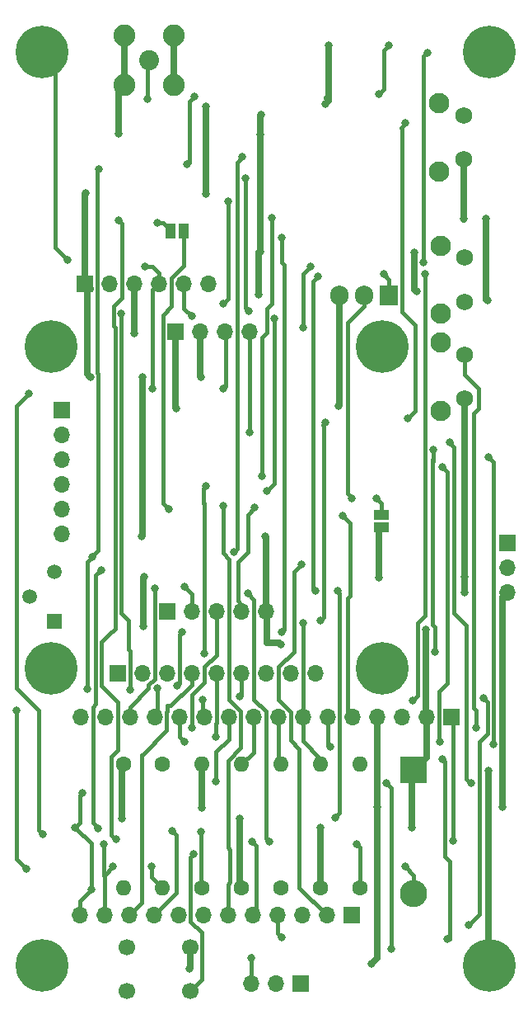
<source format=gbr>
%TF.GenerationSoftware,KiCad,Pcbnew,5.1.12-84ad8e8a86~92~ubuntu18.04.1*%
%TF.CreationDate,2022-01-12T14:22:02-05:00*%
%TF.ProjectId,remote,72656d6f-7465-42e6-9b69-6361645f7063,rev?*%
%TF.SameCoordinates,Original*%
%TF.FileFunction,Copper,L2,Bot*%
%TF.FilePolarity,Positive*%
%FSLAX46Y46*%
G04 Gerber Fmt 4.6, Leading zero omitted, Abs format (unit mm)*
G04 Created by KiCad (PCBNEW 5.1.12-84ad8e8a86~92~ubuntu18.04.1) date 2022-01-12 14:22:02*
%MOMM*%
%LPD*%
G01*
G04 APERTURE LIST*
%TA.AperFunction,WasherPad*%
%ADD10C,5.400000*%
%TD*%
%TA.AperFunction,ComponentPad*%
%ADD11R,1.700000X1.700000*%
%TD*%
%TA.AperFunction,ComponentPad*%
%ADD12O,1.700000X1.700000*%
%TD*%
%TA.AperFunction,ComponentPad*%
%ADD13R,1.905000X2.000000*%
%TD*%
%TA.AperFunction,ComponentPad*%
%ADD14O,1.905000X2.000000*%
%TD*%
%TA.AperFunction,SMDPad,CuDef*%
%ADD15R,1.000000X1.500000*%
%TD*%
%TA.AperFunction,ComponentPad*%
%ADD16C,2.250000*%
%TD*%
%TA.AperFunction,ComponentPad*%
%ADD17C,2.050000*%
%TD*%
%TA.AperFunction,ComponentPad*%
%ADD18C,2.100000*%
%TD*%
%TA.AperFunction,ComponentPad*%
%ADD19C,1.750000*%
%TD*%
%TA.AperFunction,ComponentPad*%
%ADD20O,1.600000X1.600000*%
%TD*%
%TA.AperFunction,ComponentPad*%
%ADD21C,1.600000*%
%TD*%
%TA.AperFunction,ComponentPad*%
%ADD22C,5.400000*%
%TD*%
%TA.AperFunction,ComponentPad*%
%ADD23C,1.700000*%
%TD*%
%TA.AperFunction,ComponentPad*%
%ADD24R,1.500000X1.500000*%
%TD*%
%TA.AperFunction,ComponentPad*%
%ADD25C,1.500000*%
%TD*%
%TA.AperFunction,SMDPad,CuDef*%
%ADD26R,1.500000X1.000000*%
%TD*%
%TA.AperFunction,ComponentPad*%
%ADD27R,2.800000X2.800000*%
%TD*%
%TA.AperFunction,ComponentPad*%
%ADD28O,2.800000X2.800000*%
%TD*%
%TA.AperFunction,ViaPad*%
%ADD29C,0.800000*%
%TD*%
%TA.AperFunction,Conductor*%
%ADD30C,0.700000*%
%TD*%
%TA.AperFunction,Conductor*%
%ADD31C,0.400000*%
%TD*%
G04 APERTURE END LIST*
D10*
%TO.P,U4,*%
%TO.N,*%
X76455000Y-93735000D03*
X110475000Y-93735000D03*
X76455000Y-126755000D03*
X110475000Y-126755000D03*
D11*
%TO.P,U4,1*%
%TO.N,N/C*%
X83305000Y-127235000D03*
D12*
%TO.P,U4,2*%
X85845000Y-127235000D03*
%TO.P,U4,3*%
X88385000Y-127235000D03*
%TO.P,U4,4*%
%TO.N,D5*%
X90925000Y-127235000D03*
%TO.P,U4,5*%
%TO.N,MOSI*%
X93465000Y-127235000D03*
%TO.P,U4,6*%
%TO.N,SCK*%
X96005000Y-127235000D03*
%TO.P,U4,7*%
%TO.N,GND*%
X98545000Y-127235000D03*
%TO.P,U4,8*%
%TO.N,N/C*%
X101085000Y-127235000D03*
%TO.P,U4,9*%
%TO.N,+3V3*%
X103625000Y-127235000D03*
%TD*%
%TO.P,U2,3*%
%TO.N,N/C*%
X102229280Y-152121920D03*
D11*
%TO.P,U2,1*%
X107309280Y-152121920D03*
D12*
%TO.P,U2,8*%
%TO.N,D9*%
X89529280Y-152121920D03*
%TO.P,U2,11*%
%TO.N,SCL*%
X81909280Y-152121920D03*
%TO.P,U2,2*%
%TO.N,EN*%
X104769280Y-152121920D03*
%TO.P,U2,6*%
%TO.N,D11*%
X94609280Y-152121920D03*
%TO.P,U2,7*%
%TO.N,D10*%
X92069280Y-152121920D03*
%TO.P,U2,12*%
%TO.N,SDA*%
X79369280Y-152121920D03*
%TO.P,U2,9*%
%TO.N,D6*%
X86989280Y-152121920D03*
%TO.P,U2,10*%
%TO.N,D5*%
X84449280Y-152121920D03*
%TO.P,U2,4*%
%TO.N,D13*%
X99689280Y-152121920D03*
%TO.P,U2,5*%
%TO.N,D12*%
X97149280Y-152121920D03*
D11*
%TO.P,U2,13*%
%TO.N,~RESET*%
X117549280Y-131801920D03*
D12*
%TO.P,U2,14*%
%TO.N,+3V3*%
X115009280Y-131801920D03*
%TO.P,U2,15*%
%TO.N,N/C*%
X112469280Y-131801920D03*
%TO.P,U2,16*%
%TO.N,GND*%
X109929280Y-131801920D03*
%TO.P,U2,17*%
%TO.N,A0*%
X107389280Y-131801920D03*
%TO.P,U2,18*%
%TO.N,A1*%
X104849280Y-131801920D03*
%TO.P,U2,19*%
%TO.N,A2*%
X102309280Y-131801920D03*
%TO.P,U2,20*%
%TO.N,A3*%
X99769280Y-131801920D03*
%TO.P,U2,21*%
%TO.N,A4*%
X97229280Y-131801920D03*
%TO.P,U2,22*%
%TO.N,A5*%
X94689280Y-131801920D03*
%TO.P,U2,23*%
%TO.N,SCK*%
X92149280Y-131801920D03*
%TO.P,U2,24*%
%TO.N,MOSI*%
X89609280Y-131801920D03*
%TO.P,U2,25*%
%TO.N,MISO*%
X87069280Y-131801920D03*
%TO.P,U2,26*%
%TO.N,RX_D0*%
X84529280Y-131801920D03*
%TO.P,U2,27*%
%TO.N,TX_D1*%
X81989280Y-131801920D03*
%TO.P,U2,28*%
%TO.N,N/C*%
X79449280Y-131801920D03*
%TD*%
D13*
%TO.P,Q1,1*%
%TO.N,D9*%
X111155000Y-88475000D03*
D14*
%TO.P,Q1,2*%
%TO.N,POWER_1*%
X108615000Y-88475000D03*
%TO.P,Q1,3*%
%TO.N,GND*%
X106075000Y-88475000D03*
%TD*%
D12*
%TO.P,J2,6*%
%TO.N,+3V3*%
X77555000Y-112955000D03*
%TO.P,J2,5*%
%TO.N,A0*%
X77555000Y-110415000D03*
%TO.P,J2,4*%
%TO.N,A1*%
X77555000Y-107875000D03*
%TO.P,J2,3*%
%TO.N,D13*%
X77555000Y-105335000D03*
%TO.P,J2,2*%
%TO.N,D10*%
X77555000Y-102795000D03*
D11*
%TO.P,J2,1*%
%TO.N,GND*%
X77555000Y-100255000D03*
%TD*%
D15*
%TO.P,JP2,1*%
%TO.N,Net-(JP2-Pad1)*%
X88725000Y-81865000D03*
%TO.P,JP2,2*%
%TO.N,A0*%
X90025000Y-81865000D03*
%TD*%
D16*
%TO.P,J1,2*%
%TO.N,GND*%
X83934920Y-66874440D03*
X83934920Y-61794440D03*
X89014920Y-61794440D03*
X89014920Y-66874440D03*
D17*
%TO.P,J1,1*%
%TO.N,Net-(J1-Pad1)*%
X86474920Y-64334440D03*
%TD*%
D18*
%TO.P,SW3,*%
%TO.N,*%
X116470380Y-93345500D03*
D19*
%TO.P,SW3,1*%
%TO.N,A4*%
X118960380Y-94595500D03*
%TO.P,SW3,2*%
%TO.N,GND*%
X118960380Y-99095500D03*
D18*
%TO.P,SW3,*%
%TO.N,*%
X116470380Y-100355500D03*
%TD*%
D20*
%TO.P,R4,2*%
%TO.N,A4*%
X96017864Y-136606920D03*
D21*
%TO.P,R4,1*%
%TO.N,+3V3*%
X96017864Y-149306920D03*
%TD*%
D22*
%TO.P,H2,1*%
%TO.N,+3V3*%
X121438960Y-157249920D03*
%TD*%
D11*
%TO.P,U5,1*%
%TO.N,N/C*%
X88385000Y-120885000D03*
D12*
%TO.P,U5,2*%
%TO.N,RX_D0*%
X90925000Y-120885000D03*
%TO.P,U5,3*%
%TO.N,TX_D1*%
X93465000Y-120885000D03*
%TO.P,U5,4*%
%TO.N,POWER_1*%
X96005000Y-120885000D03*
%TO.P,U5,5*%
%TO.N,+3V3*%
X98545000Y-120885000D03*
%TD*%
D11*
%TO.P,U3,1*%
%TO.N,+3V3*%
X79903940Y-87285880D03*
D12*
%TO.P,U3,2*%
%TO.N,N/C*%
X82443940Y-87285880D03*
%TO.P,U3,3*%
%TO.N,GND*%
X84983940Y-87285880D03*
%TO.P,U3,4*%
%TO.N,SCL*%
X87523940Y-87285880D03*
%TO.P,U3,5*%
%TO.N,SDA*%
X90063940Y-87285880D03*
%TO.P,U3,6*%
%TO.N,N/C*%
X92603940Y-87285880D03*
%TD*%
D23*
%TO.P,SW4,1*%
%TO.N,~RESET*%
X90705000Y-159905000D03*
%TO.P,SW4,2*%
X84205000Y-159905000D03*
%TO.P,SW4,3*%
%TO.N,GND*%
X90705000Y-155405000D03*
%TO.P,SW4,4*%
X84205000Y-155405000D03*
%TD*%
D18*
%TO.P,SW2,*%
%TO.N,*%
X116470380Y-83388700D03*
D19*
%TO.P,SW2,1*%
%TO.N,A3*%
X118960380Y-84638700D03*
%TO.P,SW2,2*%
%TO.N,GND*%
X118960380Y-89138700D03*
D18*
%TO.P,SW2,*%
%TO.N,*%
X116470380Y-90398700D03*
%TD*%
%TO.P,SW1,*%
%TO.N,*%
X116345000Y-68795000D03*
D19*
%TO.P,SW1,1*%
%TO.N,A2*%
X118835000Y-70045000D03*
%TO.P,SW1,2*%
%TO.N,GND*%
X118835000Y-74545000D03*
D18*
%TO.P,SW1,*%
%TO.N,*%
X116345000Y-75805000D03*
%TD*%
D20*
%TO.P,R7,2*%
%TO.N,A1*%
X108190268Y-136606920D03*
D21*
%TO.P,R7,1*%
%TO.N,Net-(Q3-Pad2)*%
X108190268Y-149306920D03*
%TD*%
D20*
%TO.P,R3,2*%
%TO.N,GND*%
X91960396Y-136606920D03*
D21*
%TO.P,R3,1*%
%TO.N,D9*%
X91960396Y-149306920D03*
%TD*%
D20*
%TO.P,R6,2*%
%TO.N,A2*%
X104132800Y-136606920D03*
D21*
%TO.P,R6,1*%
%TO.N,+3V3*%
X104132800Y-149306920D03*
%TD*%
D20*
%TO.P,R5,2*%
%TO.N,A3*%
X100075332Y-136606920D03*
D21*
%TO.P,R5,1*%
%TO.N,+3V3*%
X100075332Y-149306920D03*
%TD*%
D20*
%TO.P,R2,2*%
%TO.N,SCL*%
X87902928Y-149306920D03*
D21*
%TO.P,R2,1*%
%TO.N,+3V3*%
X87902928Y-136606920D03*
%TD*%
D20*
%TO.P,R1,2*%
%TO.N,SDA*%
X83845460Y-149306920D03*
D21*
%TO.P,R1,1*%
%TO.N,+3V3*%
X83845460Y-136606920D03*
%TD*%
D24*
%TO.P,Q3,1*%
%TO.N,GND*%
X76744180Y-121901000D03*
D25*
%TO.P,Q3,3*%
%TO.N,Net-(D1-Pad2)*%
X76744180Y-116821000D03*
%TO.P,Q3,2*%
%TO.N,Net-(Q3-Pad2)*%
X74204180Y-119361000D03*
%TD*%
D26*
%TO.P,JP1,1*%
%TO.N,GND*%
X110369999Y-112290001D03*
%TO.P,JP1,2*%
%TO.N,POWER_1*%
X110369999Y-110990001D03*
%TD*%
D12*
%TO.P,J19,3*%
%TO.N,A5*%
X97003220Y-159076440D03*
%TO.P,J19,2*%
%TO.N,GND*%
X99543220Y-159076440D03*
D11*
%TO.P,J19,1*%
%TO.N,N/C*%
X102083220Y-159076440D03*
%TD*%
D12*
%TO.P,J16,4*%
%TO.N,SDA*%
X96825000Y-92255000D03*
%TO.P,J16,3*%
%TO.N,SCL*%
X94285000Y-92255000D03*
%TO.P,J16,2*%
%TO.N,+3V3*%
X91745000Y-92255000D03*
D11*
%TO.P,J16,1*%
%TO.N,GND*%
X89205000Y-92255000D03*
%TD*%
D12*
%TO.P,J5,3*%
%TO.N,GND*%
X123297300Y-118987620D03*
%TO.P,J5,2*%
%TO.N,EN*%
X123297300Y-116447620D03*
D11*
%TO.P,J5,1*%
%TO.N,N/C*%
X123297300Y-113907620D03*
%TD*%
D22*
%TO.P,H6,1*%
%TO.N,SCL*%
X75491960Y-63491160D03*
%TD*%
%TO.P,H5,1*%
%TO.N,SDA*%
X121438960Y-63491160D03*
%TD*%
%TO.P,H1,1*%
%TO.N,GND*%
X75491960Y-157249920D03*
%TD*%
D27*
%TO.P,D1,1*%
%TO.N,+3V3*%
X113715000Y-137215000D03*
D28*
%TO.P,D1,2*%
%TO.N,Net-(D1-Pad2)*%
X113715000Y-149915000D03*
%TD*%
D29*
%TO.N,GND*%
X91905000Y-141065000D03*
X109925000Y-141015000D03*
X122815000Y-141015000D03*
X118912380Y-118987620D03*
X89305000Y-100135000D03*
X84995000Y-92365000D03*
X105975000Y-99815000D03*
X97795000Y-88385000D03*
X97925000Y-83995000D03*
X98015000Y-69945000D03*
X113765000Y-84055000D03*
X113995000Y-88105000D03*
X118875000Y-80645000D03*
X121175000Y-80645000D03*
X121315000Y-89035000D03*
X83365000Y-71935000D03*
X97925000Y-71955000D03*
X85955000Y-122435000D03*
X86005000Y-117395000D03*
X110165000Y-117465000D03*
X118960380Y-117349620D03*
X90625000Y-157575000D03*
X109375000Y-157075000D03*
%TO.N,+3V3*%
X121365000Y-137255000D03*
X83735000Y-142195000D03*
X95785000Y-142165000D03*
X104115000Y-143105000D03*
X113545000Y-143145000D03*
X114935000Y-122755000D03*
X98465000Y-113235000D03*
X79955000Y-77995000D03*
X91815000Y-96895000D03*
X80455000Y-96895000D03*
X104935000Y-62855000D03*
X92355000Y-78105000D03*
X85855000Y-96895000D03*
X85735000Y-113235000D03*
X104625000Y-68825000D03*
X92375000Y-69075000D03*
X100060000Y-124330000D03*
%TO.N,SDA*%
X80545000Y-149455000D03*
X78875000Y-143075000D03*
X79625000Y-139575000D03*
X119625000Y-138575000D03*
X117375000Y-103575000D03*
X96875000Y-102575000D03*
X102375000Y-91825000D03*
X103125000Y-85575000D03*
X114715000Y-85075000D03*
X115125000Y-63575000D03*
X90875000Y-90625000D03*
%TO.N,SCL*%
X82795000Y-147125000D03*
X86755000Y-147125000D03*
X75625000Y-143825000D03*
X74125000Y-98575000D03*
X94125000Y-98075000D03*
X86875000Y-98075000D03*
X86125000Y-85575000D03*
X78125000Y-84825000D03*
X81875000Y-144825000D03*
%TO.N,D9*%
X110625000Y-86325000D03*
X103875000Y-86575000D03*
X103625000Y-118825000D03*
X105625000Y-142075000D03*
X91875000Y-143525000D03*
X105875000Y-118825000D03*
%TO.N,~RESET*%
X117745000Y-144475000D03*
X91075000Y-145825000D03*
%TO.N,A0*%
X106375000Y-111075000D03*
X88535000Y-110415000D03*
%TO.N,A3*%
X114875000Y-86325000D03*
X113625000Y-130075000D03*
%TO.N,A4*%
X120125000Y-132825000D03*
%TO.N,A5*%
X93375000Y-138325000D03*
X110879280Y-138575000D03*
X111375000Y-155575000D03*
X97003220Y-156446780D03*
%TO.N,POWER_1*%
X97375000Y-110275000D03*
X109875000Y-109325000D03*
X107375000Y-109325000D03*
%TO.N,Net-(Q3-Pad2)*%
X96625000Y-119075000D03*
X98875000Y-144575000D03*
X107875000Y-144825000D03*
%TO.N,RX_D0*%
X90125000Y-118345000D03*
X87125000Y-118561000D03*
%TO.N,TX_D1*%
X90875000Y-132825000D03*
%TO.N,A2*%
X112875000Y-70825000D03*
X113125000Y-101075000D03*
X104625000Y-101575000D03*
X104125000Y-121825000D03*
X102375000Y-122075000D03*
%TO.N,Net-(J1-Pad1)*%
X86375000Y-68325000D03*
%TO.N,EN*%
X102145000Y-116125000D03*
%TO.N,SCK*%
X94625000Y-78825000D03*
X94125000Y-89325000D03*
X83625000Y-90325000D03*
%TO.N,MOSI*%
X99125000Y-80575000D03*
X98125000Y-107075000D03*
X92375000Y-108075000D03*
X92175001Y-125274999D03*
X90125000Y-134325000D03*
X93375000Y-133825000D03*
%TO.N,SCK*%
X84570000Y-128950000D03*
X91980000Y-129960000D03*
X95830000Y-129680000D03*
%TO.N,A1*%
X116625000Y-106075000D03*
X116375000Y-134325000D03*
X105125000Y-134825000D03*
%TO.N,MISO*%
X100125000Y-82575000D03*
X100125000Y-123075000D03*
X89875000Y-123075000D03*
X89375000Y-128575000D03*
X87375000Y-128785000D03*
%TO.N,D6*%
X96115000Y-74285000D03*
X95225000Y-114835000D03*
X81555000Y-116655000D03*
X81285000Y-143185000D03*
X88875000Y-143455000D03*
%TO.N,Net-(JP2-Pad1)*%
X87375000Y-81075000D03*
%TO.N,D12*%
X83375000Y-80825000D03*
X83125000Y-144325000D03*
X97125000Y-144575000D03*
%TO.N,D13*%
X100125000Y-154375000D03*
X117125000Y-154575000D03*
X116625000Y-136075000D03*
X121865000Y-134575000D03*
X121375000Y-105075000D03*
%TO.N,D10*%
X115885000Y-125075000D03*
X120875000Y-129825000D03*
X119375000Y-153075000D03*
X115675000Y-104325000D03*
%TO.N,D11*%
X96405000Y-76485000D03*
X96755000Y-90125000D03*
X99405000Y-90895000D03*
X98625000Y-108575000D03*
X94125000Y-110075000D03*
%TO.N,Net-(D1-Pad2)*%
X112805000Y-147095000D03*
X111125000Y-62825000D03*
X110125000Y-67825000D03*
X91125000Y-68075000D03*
X90375000Y-75075000D03*
X81375000Y-75575000D03*
X80625000Y-115325000D03*
X73875000Y-147325000D03*
X80145000Y-128845000D03*
X72875000Y-131075000D03*
%TD*%
D30*
%TO.N,GND*%
X99275000Y-158808220D02*
X99543220Y-159076440D01*
X109929280Y-155249280D02*
X109935000Y-155255000D01*
X91905000Y-136662316D02*
X91960396Y-136606920D01*
X91905000Y-141065000D02*
X91905000Y-136662316D01*
X109929280Y-141019280D02*
X109929280Y-155249280D01*
X109929280Y-141019280D02*
X109925000Y-141015000D01*
X109929280Y-131801920D02*
X109929280Y-141019280D01*
X122815000Y-119469920D02*
X123297300Y-118987620D01*
X122815000Y-141015000D02*
X122815000Y-119469920D01*
X110165000Y-112495000D02*
X110369999Y-112290001D01*
X118960380Y-118939620D02*
X118912380Y-118987620D01*
X89205000Y-92255000D02*
X89205000Y-100035000D01*
X89205000Y-100035000D02*
X89305000Y-100135000D01*
X84983940Y-87285880D02*
X84983940Y-92353940D01*
X84983940Y-92353940D02*
X84995000Y-92365000D01*
X106075000Y-88475000D02*
X106075000Y-99715000D01*
X106075000Y-99715000D02*
X105975000Y-99815000D01*
X97795000Y-88385000D02*
X97795000Y-84125000D01*
X97795000Y-84125000D02*
X97925000Y-83995000D01*
X97925000Y-70035000D02*
X98015000Y-69945000D01*
X113765000Y-84055000D02*
X113765000Y-87875000D01*
X113765000Y-87875000D02*
X113995000Y-88105000D01*
X118835000Y-74545000D02*
X118835000Y-80705000D01*
X118835000Y-80705000D02*
X118835000Y-80685000D01*
X118835000Y-80685000D02*
X118875000Y-80645000D01*
X121175000Y-80645000D02*
X121175000Y-88895000D01*
X121175000Y-88895000D02*
X121315000Y-89035000D01*
X83365000Y-67444360D02*
X83934920Y-66874440D01*
X83365000Y-71935000D02*
X83365000Y-67444360D01*
X83934920Y-66874440D02*
X83934920Y-61794440D01*
X89014920Y-66874440D02*
X89014920Y-61794440D01*
X97925000Y-83995000D02*
X97925000Y-71955000D01*
X97925000Y-71955000D02*
X97925000Y-70035000D01*
X85955000Y-122435000D02*
X85955000Y-117445000D01*
X85955000Y-117445000D02*
X86005000Y-117395000D01*
X110165000Y-117465000D02*
X110165000Y-112495000D01*
X118960380Y-99095500D02*
X118960380Y-117349620D01*
X118960380Y-117349620D02*
X118960380Y-118939620D01*
X90705000Y-155405000D02*
X90705000Y-157495000D01*
X90705000Y-157495000D02*
X90625000Y-157575000D01*
X109929280Y-155249280D02*
X109929280Y-156520720D01*
X109929280Y-156520720D02*
X109375000Y-157075000D01*
%TO.N,+3V3*%
X121404680Y-157249920D02*
X121404680Y-137294680D01*
X121404680Y-137294680D02*
X121365000Y-137255000D01*
X115009280Y-135920720D02*
X113715000Y-137215000D01*
X115009280Y-131801920D02*
X115009280Y-135920720D01*
X83735000Y-136717380D02*
X83845460Y-136606920D01*
X83735000Y-142195000D02*
X83735000Y-136717380D01*
X95785000Y-149074056D02*
X96017864Y-149306920D01*
X95785000Y-142165000D02*
X95785000Y-149074056D01*
X104132800Y-149306920D02*
X104132800Y-143122800D01*
X104132800Y-143122800D02*
X104115000Y-143105000D01*
X113545000Y-137385000D02*
X113715000Y-137215000D01*
X113545000Y-143145000D02*
X113545000Y-137385000D01*
X98585000Y-120925000D02*
X98545000Y-120885000D01*
X98585000Y-124175000D02*
X98585000Y-120925000D01*
X114935000Y-131727640D02*
X115009280Y-131801920D01*
X114935000Y-122755000D02*
X114935000Y-131727640D01*
X98545000Y-120885000D02*
X98545000Y-113315000D01*
X98545000Y-113315000D02*
X98465000Y-113235000D01*
X79903940Y-87285880D02*
X79903940Y-78046060D01*
X79903940Y-78046060D02*
X79955000Y-77995000D01*
X91745000Y-92255000D02*
X91745000Y-96825000D01*
X91745000Y-96825000D02*
X91815000Y-96895000D01*
X80455000Y-87836940D02*
X79903940Y-87285880D01*
X104935000Y-62855000D02*
X104935000Y-68115000D01*
X104935000Y-68115000D02*
X104825000Y-68225000D01*
X85855000Y-113115000D02*
X85735000Y-113235000D01*
X85855000Y-96895000D02*
X85855000Y-113115000D01*
X104935000Y-68115000D02*
X104935000Y-68515000D01*
X104935000Y-68515000D02*
X104625000Y-68825000D01*
X92375000Y-78085000D02*
X92355000Y-78105000D01*
X92375000Y-69075000D02*
X92375000Y-78085000D01*
X80455000Y-96895000D02*
X80445000Y-96895000D01*
X80445000Y-96895000D02*
X80125000Y-96575000D01*
X80125000Y-87506940D02*
X79903940Y-87285880D01*
X80125000Y-96575000D02*
X80125000Y-87506940D01*
X98585000Y-124175000D02*
X99905000Y-124175000D01*
X99905000Y-124175000D02*
X100060000Y-124330000D01*
D31*
%TO.N,SDA*%
X79369280Y-152121920D02*
X79369280Y-150630720D01*
X79369280Y-150630720D02*
X80545000Y-149455000D01*
X78875000Y-143075000D02*
X79375000Y-142575000D01*
X79375000Y-142575000D02*
X79375000Y-141325000D01*
X79375000Y-141325000D02*
X79375000Y-139825000D01*
X79375000Y-139825000D02*
X79625000Y-139575000D01*
X119625000Y-138575000D02*
X119125000Y-138075000D01*
X119125000Y-138075000D02*
X119125000Y-122325000D01*
X119125000Y-122325000D02*
X117875000Y-121075000D01*
X117875000Y-121075000D02*
X117875000Y-115575000D01*
X117875000Y-115575000D02*
X117875000Y-104075000D01*
X117875000Y-104075000D02*
X117375000Y-103575000D01*
X96875000Y-92305000D02*
X96825000Y-92255000D01*
X96875000Y-102575000D02*
X96875000Y-92305000D01*
X102375000Y-91825000D02*
X102375000Y-86325000D01*
X102375000Y-86325000D02*
X103125000Y-85575000D01*
X114715000Y-85075000D02*
X114715000Y-63985000D01*
X114715000Y-63985000D02*
X115125000Y-63575000D01*
X90063940Y-87285880D02*
X90063940Y-89813940D01*
X90063940Y-89813940D02*
X90875000Y-90625000D01*
X80545000Y-144745000D02*
X78875000Y-143075000D01*
X80545000Y-149455000D02*
X80545000Y-144745000D01*
%TO.N,SCL*%
X81909280Y-152121920D02*
X81909280Y-148010720D01*
X81909280Y-148010720D02*
X82795000Y-147125000D01*
X86755000Y-148158992D02*
X87902928Y-149306920D01*
X86755000Y-147125000D02*
X86755000Y-148158992D01*
X75625000Y-143825000D02*
X75125000Y-143325000D01*
X75125000Y-143325000D02*
X75125000Y-131075000D01*
X75125000Y-131075000D02*
X72875000Y-128825000D01*
X72875000Y-128825000D02*
X72875000Y-99825000D01*
X72875000Y-99825000D02*
X74125000Y-98575000D01*
X94125000Y-98075000D02*
X94375000Y-97825000D01*
X94375000Y-92345000D02*
X94285000Y-92255000D01*
X94375000Y-97825000D02*
X94375000Y-92345000D01*
X86875000Y-87934820D02*
X87523940Y-87285880D01*
X86875000Y-98075000D02*
X86875000Y-87934820D01*
X87523940Y-87285880D02*
X87523940Y-86223940D01*
X87523940Y-86223940D02*
X86875000Y-85575000D01*
X86875000Y-85575000D02*
X86125000Y-85575000D01*
X78125000Y-84825000D02*
X76875000Y-83575000D01*
X76875000Y-64874200D02*
X75491960Y-63491160D01*
X76875000Y-83575000D02*
X76875000Y-64874200D01*
X81875000Y-147976440D02*
X81909280Y-148010720D01*
X81875000Y-144825000D02*
X81875000Y-147976440D01*
%TO.N,D9*%
X111155000Y-88475000D02*
X111155000Y-86855000D01*
X111155000Y-86855000D02*
X110625000Y-86325000D01*
X103875000Y-86575000D02*
X103375000Y-87075000D01*
X103375000Y-87075000D02*
X103375000Y-118575000D01*
X103375000Y-118575000D02*
X103625000Y-118825000D01*
X106099281Y-141600719D02*
X105625000Y-142075000D01*
X106099281Y-119850719D02*
X106099281Y-141600719D01*
X91875000Y-149221524D02*
X91960396Y-149306920D01*
X91875000Y-143525000D02*
X91875000Y-149221524D01*
X106099281Y-119850719D02*
X106099281Y-119049281D01*
X106099281Y-119049281D02*
X105875000Y-118825000D01*
%TO.N,~RESET*%
X90705000Y-159905000D02*
X91955001Y-158654999D01*
X91955001Y-153897641D02*
X90779281Y-152721921D01*
X90779281Y-151521919D02*
X90760395Y-151503033D01*
X91955001Y-158654999D02*
X91955001Y-153897641D01*
X90779281Y-152721921D02*
X90779281Y-151521919D01*
X90760395Y-151503033D02*
X90760395Y-148730919D01*
X117745000Y-131997640D02*
X117549280Y-131801920D01*
X117745000Y-144475000D02*
X117745000Y-131997640D01*
X90760395Y-148730919D02*
X90760395Y-146139605D01*
X90760395Y-146139605D02*
X91075000Y-145825000D01*
%TO.N,A0*%
X106875000Y-131287640D02*
X107389280Y-131801920D01*
X106875000Y-119575000D02*
X106875000Y-131287640D01*
X107125000Y-119325000D02*
X106875000Y-119575000D01*
X106375000Y-111075000D02*
X107125000Y-111825000D01*
X107125000Y-111825000D02*
X107125000Y-119325000D01*
X88813939Y-86685879D02*
X88813939Y-89636061D01*
X90025000Y-81865000D02*
X90025000Y-85474818D01*
X90025000Y-85474818D02*
X88813939Y-86685879D01*
X87954999Y-109834999D02*
X88535000Y-110415000D01*
X87954999Y-90495001D02*
X87954999Y-109834999D01*
X88813939Y-89636061D02*
X87954999Y-90495001D01*
%TO.N,A3*%
X114875000Y-86325000D02*
X114875000Y-107075000D01*
X114875000Y-107075000D02*
X114875000Y-121325000D01*
X114875000Y-121325000D02*
X114125000Y-122075000D01*
X114125000Y-122075000D02*
X114125000Y-125825000D01*
X114125000Y-125825000D02*
X114125000Y-129575000D01*
X114125000Y-129575000D02*
X113625000Y-130075000D01*
X99769280Y-136300868D02*
X100075332Y-136606920D01*
X99769280Y-131801920D02*
X99769280Y-136300868D01*
%TO.N,A4*%
X118960380Y-94595500D02*
X118960380Y-96660380D01*
X118960380Y-96660380D02*
X120375000Y-98075000D01*
X120375000Y-98075000D02*
X120375000Y-100075000D01*
X120375000Y-100075000D02*
X119875000Y-100575000D01*
X119875000Y-100575000D02*
X119875000Y-106825000D01*
X119875000Y-106825000D02*
X119875000Y-127075000D01*
X119875000Y-127075000D02*
X119875000Y-130825000D01*
X119875000Y-130825000D02*
X120125000Y-131075000D01*
X120125000Y-131075000D02*
X120125000Y-132825000D01*
X97229280Y-135395504D02*
X96017864Y-136606920D01*
X97229280Y-131801920D02*
X97229280Y-135395504D01*
%TO.N,A5*%
X94689280Y-131801920D02*
X94689280Y-134010720D01*
X94689280Y-134010720D02*
X93375000Y-135325000D01*
X93375000Y-135325000D02*
X93375000Y-138325000D01*
X110879280Y-138575000D02*
X111375000Y-139070720D01*
X111375000Y-139070720D02*
X111375000Y-155575000D01*
X97003220Y-159076440D02*
X97003220Y-156446780D01*
X97003220Y-156446780D02*
X97003220Y-156196780D01*
%TO.N,POWER_1*%
X96005000Y-120885000D02*
X96005000Y-120205000D01*
X96005000Y-120205000D02*
X95625000Y-119825000D01*
X95625000Y-119825000D02*
X95625000Y-115825000D01*
X95625000Y-115825000D02*
X96625000Y-114825000D01*
X96625000Y-114825000D02*
X96625000Y-111025000D01*
X96625000Y-111025000D02*
X97375000Y-110275000D01*
X110369999Y-110990001D02*
X110369999Y-109819999D01*
X110369999Y-109819999D02*
X109875000Y-109325000D01*
X106875000Y-108825000D02*
X107375000Y-109325000D01*
X108615000Y-88475000D02*
X108615000Y-89585000D01*
X108615000Y-89585000D02*
X106875000Y-91325000D01*
X106875000Y-91325000D02*
X106875000Y-108825000D01*
%TO.N,Net-(Q3-Pad2)*%
X98519279Y-144219279D02*
X98875000Y-144575000D01*
X98519279Y-131201919D02*
X98519279Y-144219279D01*
X97294999Y-129977639D02*
X98519279Y-131201919D01*
X96625000Y-119075000D02*
X97294999Y-119744999D01*
X97294999Y-119744999D02*
X97294999Y-129977639D01*
X108190268Y-145140268D02*
X108190268Y-149306920D01*
X107875000Y-144825000D02*
X108190268Y-145140268D01*
%TO.N,RX_D0*%
X86445001Y-128485001D02*
X87095001Y-127835001D01*
X90925000Y-120885000D02*
X90925000Y-119145000D01*
X90925000Y-119145000D02*
X90125000Y-118345000D01*
X87125000Y-126075000D02*
X87095001Y-126104999D01*
X87125000Y-118561000D02*
X87125000Y-126075000D01*
X87095001Y-127835001D02*
X87095001Y-126104999D01*
X87095001Y-126104999D02*
X87095001Y-125295001D01*
X84529280Y-130736718D02*
X84529280Y-131801920D01*
X86445001Y-128820997D02*
X84529280Y-130736718D01*
X86445001Y-128485001D02*
X86445001Y-128820997D01*
%TO.N,TX_D1*%
X93465000Y-120885000D02*
X93465000Y-125384998D01*
X93465000Y-125384998D02*
X92214999Y-126634999D01*
X92214999Y-126634999D02*
X92214999Y-126985001D01*
X92214999Y-126985001D02*
X92175001Y-127024999D01*
X92214999Y-126985001D02*
X92214999Y-128164999D01*
X90875000Y-129504998D02*
X90875000Y-132825000D01*
X92214999Y-128164999D02*
X90875000Y-129504998D01*
%TO.N,A2*%
X112875000Y-70825000D02*
X112375000Y-71325000D01*
X112507501Y-71457501D02*
X112507501Y-90207501D01*
X112375000Y-71325000D02*
X112507501Y-71457501D01*
X112507501Y-90207501D02*
X113875000Y-91575000D01*
X113875000Y-91575000D02*
X113875000Y-95575000D01*
X113875000Y-95575000D02*
X113875000Y-100325000D01*
X113875000Y-100325000D02*
X113125000Y-101075000D01*
X104625000Y-101575000D02*
X104375000Y-101825000D01*
X104425001Y-121524999D02*
X104125000Y-121825000D01*
X104375000Y-101825000D02*
X104425001Y-101875001D01*
X104425001Y-101875001D02*
X104425001Y-121524999D01*
X102375000Y-131736200D02*
X102309280Y-131801920D01*
X102375000Y-122075000D02*
X102375000Y-131736200D01*
X102309280Y-131801920D02*
X102309280Y-134259280D01*
X104132800Y-136082800D02*
X104132800Y-136606920D01*
X102309280Y-134259280D02*
X104132800Y-136082800D01*
%TO.N,Net-(J1-Pad1)*%
X86375000Y-64434360D02*
X86474920Y-64334440D01*
X86375000Y-68325000D02*
X86375000Y-64434360D01*
%TO.N,EN*%
X101955000Y-135035000D02*
X101955000Y-149307640D01*
X101375000Y-116895000D02*
X101375000Y-125075000D01*
X102145000Y-116125000D02*
X101375000Y-116895000D01*
X101955000Y-149307640D02*
X104769280Y-152121920D01*
X101375000Y-125075000D02*
X99834999Y-126615001D01*
X101059279Y-134139279D02*
X101955000Y-135035000D01*
X101059279Y-131241917D02*
X101059279Y-134139279D01*
X99834999Y-126615001D02*
X99834999Y-130017637D01*
X99834999Y-130017637D02*
X101059279Y-131241917D01*
%TO.N,SCK*%
X94625000Y-78825000D02*
X94625000Y-88825000D01*
X94625000Y-88825000D02*
X94125000Y-89325000D01*
X83625000Y-90325000D02*
X83625000Y-121075000D01*
X83625000Y-121075000D02*
X84375000Y-121825000D01*
X84375000Y-121825000D02*
X84375000Y-124575000D01*
X84375000Y-124575000D02*
X84375000Y-124825000D01*
%TO.N,MOSI*%
X99125000Y-80575000D02*
X99125000Y-88239002D01*
X99125000Y-88239002D02*
X99125000Y-89325000D01*
X98604999Y-89845001D02*
X98604999Y-92304999D01*
X99125000Y-89325000D02*
X98604999Y-89845001D01*
X98604999Y-92304999D02*
X98125000Y-92784998D01*
X98125000Y-92784998D02*
X98125000Y-107075000D01*
X92375000Y-108075000D02*
X92125000Y-108325000D01*
X92125000Y-109825000D02*
X92175001Y-109875001D01*
X92125000Y-108325000D02*
X92125000Y-109825000D01*
X92175001Y-109875001D02*
X92175001Y-125274999D01*
X89609280Y-131801920D02*
X89609280Y-133809280D01*
X89609280Y-133809280D02*
X90125000Y-134325000D01*
X93439279Y-132361923D02*
X93439279Y-130010721D01*
X93375000Y-132426202D02*
X93439279Y-132361923D01*
X93375000Y-133825000D02*
X93375000Y-132426202D01*
X93439279Y-130010721D02*
X93465000Y-129985000D01*
X93465000Y-127235000D02*
X93465000Y-129985000D01*
X93465000Y-129985000D02*
X93465000Y-130485000D01*
%TO.N,D5*%
X84449280Y-152121920D02*
X85779281Y-150791919D01*
%TO.N,SCK*%
X95945000Y-127295000D02*
X96005000Y-127235000D01*
X84375000Y-124825000D02*
X84570000Y-125020000D01*
X84570000Y-125020000D02*
X84570000Y-128950000D01*
X91980000Y-131632640D02*
X92149280Y-131801920D01*
X91980000Y-129960000D02*
X91980000Y-131632640D01*
X96005000Y-127230000D02*
X96005000Y-129505000D01*
X96005000Y-129505000D02*
X95830000Y-129680000D01*
%TO.N,D5*%
X88747081Y-130610000D02*
X88370000Y-130610000D01*
X90925000Y-127230000D02*
X90925000Y-128432081D01*
X90925000Y-128432081D02*
X88747081Y-130610000D01*
X88319281Y-131241917D02*
X88319281Y-133120719D01*
X88370000Y-130610000D02*
X88370000Y-131191198D01*
X88370000Y-131191198D02*
X88319281Y-131241917D01*
X85799281Y-135640719D02*
X85779281Y-135640719D01*
X88319281Y-133120719D02*
X85799281Y-135640719D01*
X85779281Y-150791919D02*
X85779281Y-135640719D01*
%TO.N,A1*%
X116625000Y-106075000D02*
X117125000Y-106575000D01*
X117125000Y-106575000D02*
X117125000Y-117575000D01*
X117125000Y-117575000D02*
X117125000Y-128325000D01*
X116299279Y-134249279D02*
X116375000Y-134325000D01*
X117125000Y-128325000D02*
X116299279Y-129150721D01*
X116299279Y-129150721D02*
X116299279Y-134249279D01*
X104849280Y-131801920D02*
X104849280Y-134549280D01*
X104849280Y-134549280D02*
X105125000Y-134825000D01*
%TO.N,MISO*%
X100125000Y-82575000D02*
X100125000Y-85075000D01*
X100125000Y-85075000D02*
X100375000Y-85325000D01*
X100375000Y-85325000D02*
X100375000Y-119825000D01*
X100375000Y-119825000D02*
X100375000Y-122825000D01*
X100375000Y-122825000D02*
X100125000Y-123075000D01*
X89674999Y-128275001D02*
X89375000Y-128575000D01*
X89875000Y-123075000D02*
X89674999Y-123275001D01*
X89674999Y-123275001D02*
X89674999Y-128275001D01*
X87375000Y-131496200D02*
X87069280Y-131801920D01*
X87375000Y-128785000D02*
X87375000Y-131496200D01*
%TO.N,D6*%
X95535001Y-114524999D02*
X95225000Y-114835000D01*
X96115000Y-74285000D02*
X95535001Y-74864999D01*
X95535001Y-74864999D02*
X95535001Y-114524999D01*
X80739279Y-142639279D02*
X81285000Y-143185000D01*
X80739279Y-131201919D02*
X80739279Y-142639279D01*
X89274999Y-143854999D02*
X89274999Y-149836201D01*
X89274999Y-149836201D02*
X86989280Y-152121920D01*
X88875000Y-143455000D02*
X89274999Y-143854999D01*
X81024990Y-117185010D02*
X81555000Y-116655000D01*
X81024990Y-130439012D02*
X81024990Y-117185010D01*
X80739279Y-130724723D02*
X81024990Y-130439012D01*
X80739279Y-131201919D02*
X80739279Y-130724723D01*
%TO.N,Net-(JP2-Pad1)*%
X87935000Y-81075000D02*
X88725000Y-81865000D01*
X87375000Y-81075000D02*
X87935000Y-81075000D01*
%TO.N,D12*%
X83693941Y-81143941D02*
X83693941Y-88756059D01*
X83375000Y-80825000D02*
X83693941Y-81143941D01*
X82824999Y-89625001D02*
X82824999Y-91625001D01*
X83693941Y-88756059D02*
X82824999Y-89625001D01*
X83024990Y-91824992D02*
X83024990Y-122675010D01*
X82824999Y-91625001D02*
X83024990Y-91824992D01*
X83024990Y-122675010D02*
X82375000Y-123325000D01*
X82375000Y-123325000D02*
X81625000Y-124075000D01*
X81625000Y-124075000D02*
X81625000Y-128075000D01*
X81625000Y-128075000D02*
X81625000Y-128575000D01*
X83279279Y-130229279D02*
X83279279Y-135170721D01*
X81625000Y-128575000D02*
X83279279Y-130229279D01*
X83279279Y-135170721D02*
X82645459Y-135804541D01*
X82645459Y-143845459D02*
X83125000Y-144325000D01*
X82645459Y-135804541D02*
X82645459Y-143845459D01*
X97524999Y-151746201D02*
X97149280Y-152121920D01*
X97524999Y-144974999D02*
X97524999Y-151746201D01*
X97125000Y-144575000D02*
X97524999Y-144974999D01*
%TO.N,D13*%
X99689280Y-152121920D02*
X99689280Y-153939280D01*
X99689280Y-153939280D02*
X100125000Y-154375000D01*
X117125000Y-154575000D02*
X117375000Y-154575000D01*
X117375000Y-154575000D02*
X117375000Y-146575000D01*
X117375000Y-146575000D02*
X116875000Y-146075000D01*
X116875000Y-146075000D02*
X116875000Y-136325000D01*
X116875000Y-136325000D02*
X116625000Y-136075000D01*
X121875009Y-105575009D02*
X121375000Y-105075000D01*
X121865000Y-134575000D02*
X121875009Y-134564991D01*
X121875009Y-134564991D02*
X121875009Y-105575009D01*
%TO.N,D10*%
X115625000Y-122260998D02*
X115875000Y-122510998D01*
X115875000Y-122510998D02*
X115875000Y-125065000D01*
X115875000Y-125065000D02*
X115885000Y-125075000D01*
X121274999Y-130224999D02*
X121274999Y-133425001D01*
X120875000Y-129825000D02*
X121274999Y-130224999D01*
X120425001Y-152024999D02*
X119375000Y-153075000D01*
X121274999Y-133425001D02*
X120425001Y-134274999D01*
X120425001Y-134274999D02*
X120425001Y-152024999D01*
X115675000Y-105525000D02*
X115625000Y-105575000D01*
X115675000Y-104325000D02*
X115675000Y-105525000D01*
X115625000Y-105325000D02*
X115625000Y-105575000D01*
X115625000Y-105575000D02*
X115625000Y-122260998D01*
%TO.N,D11*%
X96405000Y-76485000D02*
X96405000Y-89775000D01*
X96405000Y-89775000D02*
X96755000Y-90125000D01*
X99405000Y-90895000D02*
X99405000Y-103015000D01*
X99405000Y-103015000D02*
X99405000Y-107705000D01*
X99405000Y-107705000D02*
X99405000Y-107795000D01*
X99405000Y-107795000D02*
X98625000Y-108575000D01*
X94625000Y-145150998D02*
X94845001Y-145370999D01*
X94625000Y-136223782D02*
X94625000Y-145150998D01*
X94845001Y-148703781D02*
X94609280Y-148939502D01*
X95939281Y-134909501D02*
X94625000Y-136223782D01*
X95939281Y-131201919D02*
X95939281Y-134909501D01*
X94845001Y-145370999D02*
X94845001Y-148703781D01*
X94754999Y-130017637D02*
X95939281Y-131201919D01*
X94754999Y-115549001D02*
X94754999Y-130017637D01*
X94609280Y-148939502D02*
X94609280Y-152121920D01*
X94125000Y-114919002D02*
X94754999Y-115549001D01*
X94125000Y-110075000D02*
X94125000Y-114919002D01*
%TO.N,Net-(D1-Pad2)*%
X113715000Y-149915000D02*
X113715000Y-148005000D01*
X113715000Y-148005000D02*
X112805000Y-147095000D01*
X111125000Y-62825000D02*
X110625000Y-63325000D01*
X110625000Y-63325000D02*
X110625000Y-67325000D01*
X110625000Y-67325000D02*
X110125000Y-67825000D01*
X91125000Y-68075000D02*
X90625000Y-68575000D01*
X90625000Y-68575000D02*
X90625000Y-74825000D01*
X90625000Y-74825000D02*
X90375000Y-75075000D01*
X81255001Y-96510999D02*
X81255001Y-114694999D01*
X81205010Y-87526276D02*
X81205010Y-96461008D01*
X81153941Y-87475207D02*
X81205010Y-87526276D01*
X81375000Y-75575000D02*
X81153941Y-75796059D01*
X81205010Y-96461008D02*
X81255001Y-96510999D01*
X81153941Y-75796059D02*
X81153941Y-87475207D01*
X81255001Y-114694999D02*
X80754999Y-115195001D01*
X80754999Y-115195001D02*
X80625000Y-115325000D01*
X80145000Y-115805000D02*
X80625000Y-115325000D01*
X80145000Y-128845000D02*
X80145000Y-115805000D01*
X72875000Y-131075000D02*
X72875000Y-146325000D01*
X72875000Y-146325000D02*
X73375000Y-146825000D01*
X73875000Y-147325000D02*
X73375000Y-146825000D01*
X73375000Y-146825000D02*
X73125000Y-146575000D01*
%TD*%
M02*

</source>
